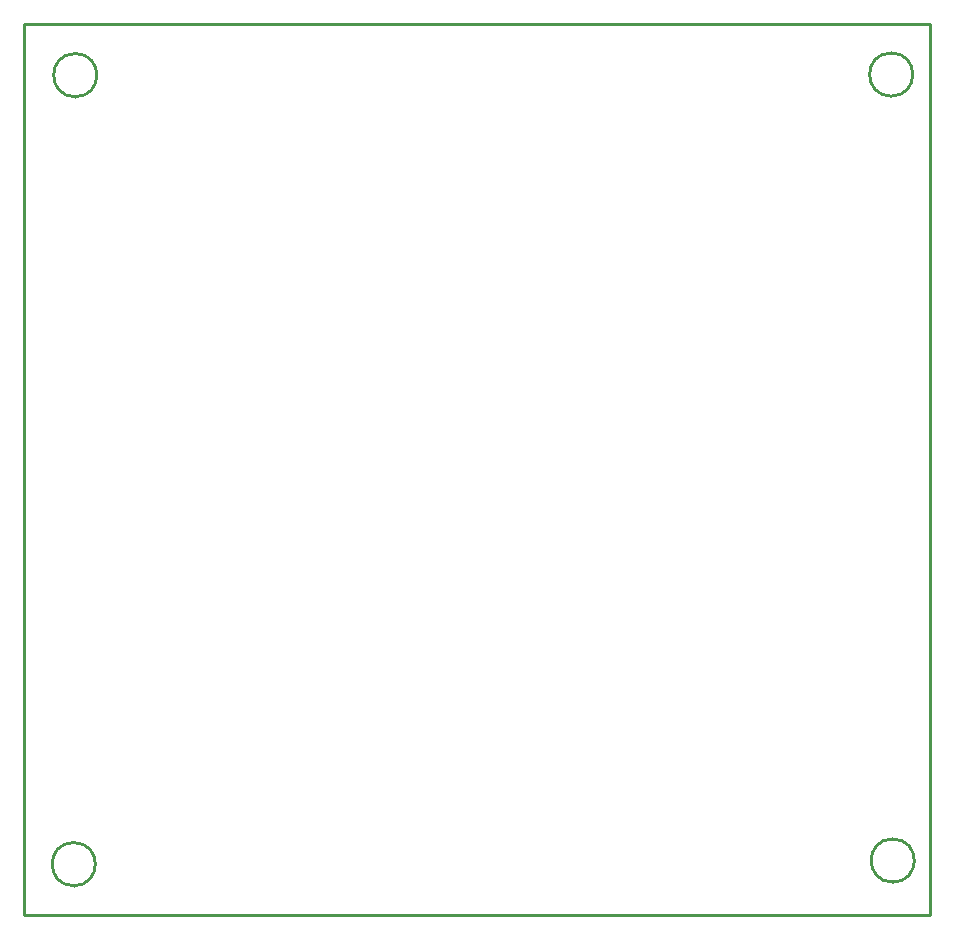
<source format=gko>
G04 Layer: BoardOutline*
G04 EasyEDA v6.4.7, 2020-10-10T14:28:28+07:00*
G04 52f6a2ab2d5a4f67a95d22fe1a878f29,10*
G04 Gerber Generator version 0.2*
G04 Scale: 100 percent, Rotated: No, Reflected: No *
G04 Dimensions in millimeters *
G04 leading zeros omitted , absolute positions ,3 integer and 3 decimal *
%FSLAX33Y33*%
%MOMM*%
G90*
D02*

%ADD10C,0.254000*%
G54D10*
G01X0Y75438D02*
G01X76708Y75438D01*
G01X76708Y75438D01*
G01X76708Y75438D01*
G01X76708Y75438D01*
G01X76708Y0D02*
G01X0Y0D01*
G01X0Y75438D01*
G01X76708Y75438D02*
G01X76708Y0D01*
G75*
G01X73533Y2794D02*
G03X73530Y2794I-1J1831D01*
G01*
G01X73530Y2794D02*
G01X73533Y2794D01*
G75*
G01X73406Y69342D02*
G03X73403Y69342I-1J1831D01*
G01*
G01X73403Y69342D02*
G01X73406Y69342D01*
G75*
G01X4192Y2487D02*
G03X4190Y2487I-1J1831D01*
G01*
G01X4189Y2487D02*
G01X4192Y2487D01*
G75*
G01X4319Y69289D02*
G03X4317Y69289I-1J1831D01*
G01*
G01X4316Y69289D02*
G01X4319Y69289D01*

%LPD*%
M00*
M02*

</source>
